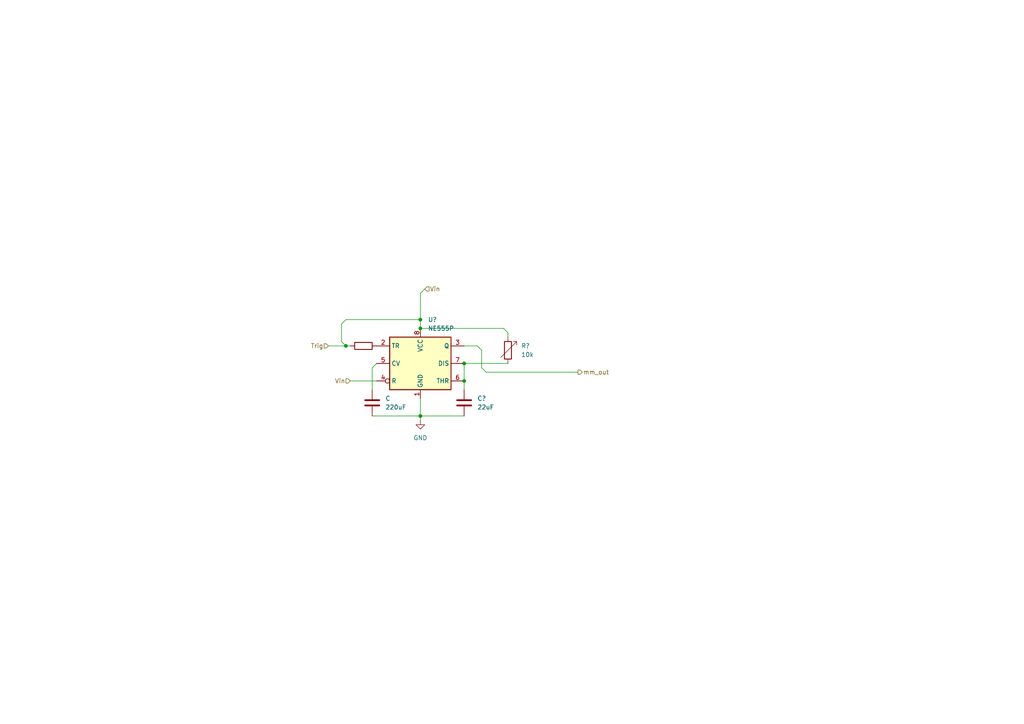
<source format=kicad_sch>
(kicad_sch (version 20231120) (generator "eeschema") (generator_version "8.0")
  (paper "A4")
  (lib_symbols
    (symbol "Device:C" (pin_numbers hide) (pin_names (offset 0.254))
      (property "Reference" "C" (at 0.635 2.54 0))
      (property "Value" "C" (at 0.635 -2.54 0))
      (symbol "C_0_1"
        (polyline (pts (xy -2.032 -0.762) (xy 2.032 -0.762)) (stroke (width 0.508)))
        (polyline (pts (xy -2.032 0.762) (xy 2.032 0.762)) (stroke (width 0.508)))
      )
      (symbol "C_1_1"
        (pin passive line (at 0 3.81 270) (length 2.794) (name "~") (number "1"))
        (pin passive line (at 0 -3.81 90) (length 2.794) (name "~") (number "2"))
      )
    )
    (symbol "Device:R" (pin_numbers hide) (pin_names (offset 0))
      (property "Reference" "R" (at 2.032 0 90))
      (property "Value" "R" (at 0 0 90))
      (symbol "R_0_1"
        (rectangle (start -1.016 -2.54) (end 1.016 2.54) (stroke (width 0.254)))
      )
      (symbol "R_1_1"
        (pin passive line (at 0 3.81 270) (length 1.27) (name "~") (number "1"))
        (pin passive line (at 0 -3.81 90) (length 1.27) (name "~") (number "2"))
      )
    )
    (symbol "Device:R_Variable" (pin_numbers hide) (pin_names (offset 0))
      (property "Reference" "R" (at 2.54 -2.54 90))
      (property "Value" "R_Variable" (at -2.54 -1.27 90))
      (symbol "R_Variable_0_1"
        (rectangle (start -1.016 -2.54) (end 1.016 2.54) (stroke (width 0.254)))
        (polyline (pts (xy 2.54 1.524) (xy 2.54 2.54) (xy 1.524 2.54) (xy 2.54 2.54) (xy -2.032 -2.032)))
      )
      (symbol "R_Variable_1_1"
        (pin passive line (at 0 3.81 270) (length 1.27) (name "~") (number "1"))
        (pin passive line (at 0 -3.81 90) (length 1.27) (name "~") (number "2"))
      )
    )
    (symbol "Timer:NE555P"
      (property "Reference" "U" (at -10.16 8.89 0))
      (property "Value" "NE555P" (at 2.54 8.89 0))
      (symbol "NE555P_0_0"
        (pin power_in line (at 0 -10.16 90) (length 2.54) (name "GND") (number "1"))
        (pin power_in line (at 0 10.16 270) (length 2.54) (name "VCC") (number "8"))
      )
      (symbol "NE555P_0_1"
        (rectangle (start -8.89 -7.62) (end 8.89 7.62) (stroke (width 0.254)) (fill (type background)))
        (rectangle (start -8.89 -7.62) (end 8.89 7.62) (stroke (width 0.254)) (fill (type background)))
      )
      (symbol "NE555P_1_1"
        (pin input line (at -12.7 5.08 0) (length 3.81) (name "TR") (number "2"))
        (pin output line (at 12.7 5.08 180) (length 3.81) (name "Q") (number "3"))
        (pin input inverted (at -12.7 -5.08 0) (length 3.81) (name "R") (number "4"))
        (pin input line (at -12.7 0 0) (length 3.81) (name "CV") (number "5"))
        (pin input line (at 12.7 -5.08 180) (length 3.81) (name "THR") (number "6"))
        (pin input line (at 12.7 0 180) (length 3.81) (name "DIS") (number "7"))
      )
    )
    (symbol "power:GND" (power) (pin_numbers hide) (pin_names (offset 0) hide)
      (property "Value" "GND" (at 0 -3.81 0))
      (symbol "GND_0_1"
        (polyline (pts (xy 0 0) (xy 0 -1.27) (xy 1.27 -1.27) (xy 0 -2.54) (xy -1.27 -1.27) (xy 0 -1.27)))
      )
      (symbol "GND_1_1"
        (pin power_in line (at 0 0 270) (length 0) (name "~") (number "1"))
      )
    )
  )
  (junction (at 134.62 105.41))
  (junction (at 121.92 92.71))
  (junction (at 134.62 110.49))
  (junction (at 100.33 100.33))
  (junction (at 121.92 95.25))
  (junction (at 121.92 120.65))
  (wire (pts (xy 100.33 100.33) (xy 101.6 100.33)))
  (wire (pts (xy 121.92 115.57) (xy 121.92 120.65)))
  (wire (pts (xy 121.92 85.09) (xy 121.92 92.71)))
  (wire (pts (xy 138.43 100.33) (xy 139.7 101.6)))
  (wire (pts (xy 139.7 101.6) (xy 139.7 106.68)))
  (wire (pts (xy 121.92 92.71) (xy 121.92 95.25)))
  (wire (pts (xy 121.92 120.65) (xy 134.62 120.65)))
  (wire (pts (xy 95.25 100.33) (xy 100.33 100.33)))
  (wire (pts (xy 121.92 120.65) (xy 121.92 121.92)))
  (wire (pts (xy 100.33 92.71) (xy 121.92 92.71)))
  (wire (pts (xy 107.95 106.68) (xy 107.95 113.03)))
  (wire (pts (xy 109.22 105.41) (xy 107.95 106.68)))
  (wire (pts (xy 99.06 93.98) (xy 100.33 92.71)))
  (wire (pts (xy 134.62 100.33) (xy 138.43 100.33)))
  (wire (pts (xy 134.62 105.41) (xy 134.62 110.49)))
  (wire (pts (xy 134.62 110.49) (xy 134.62 113.03)))
  (wire (pts (xy 100.33 100.33) (xy 99.06 99.06)))
  (wire (pts (xy 107.95 120.65) (xy 121.92 120.65)))
  (wire (pts (xy 99.06 99.06) (xy 99.06 93.98)))
  (wire (pts (xy 147.32 96.52) (xy 147.32 97.79)))
  (wire (pts (xy 140.97 107.95) (xy 167.64 107.95)))
  (wire (pts (xy 101.6 110.49) (xy 109.22 110.49)))
  (wire (pts (xy 147.32 96.52) (xy 146.05 95.25)))
  (wire (pts (xy 146.05 95.25) (xy 121.92 95.25)))
  (wire (pts (xy 134.62 105.41) (xy 147.32 105.41)))
  (wire (pts (xy 123.19 83.82) (xy 121.92 85.09)))
  (wire (pts (xy 139.7 106.68) (xy 140.97 107.95)))
  (hierarchical_label "mm_out" (shape output) (at 167.64 107.95 0))
  (hierarchical_label "Vin" (shape input) (at 101.6 110.49 180))
  (hierarchical_label "Trig" (shape input) (at 95.25 100.33 180))
  (hierarchical_label "Vin" (shape input) (at 123.19 83.82 0))
  (symbol (lib_id "Device:C") (at 134.62 116.84 0) (unit 1)
    (property "Reference" "C?" (at 138.43 115.5699 0) (effects (justify left)))
    (property "Value" "22uF" (at 138.43 118.1099 0) (effects (justify left)))
    (property "Description" "Unpolarized capacitor" (effects (hide yes)))
  )
  (symbol (lib_id "Device:R_Variable") (at 147.32 101.6 0) (unit 1)
    (property "Reference" "R?" (at 151.13 100.3299 0) (effects (justify left)))
    (property "Value" "10k" (at 151.13 102.8699 0) (effects (justify left)))
    (property "Description" "Variable resistor" (effects (hide yes)))
  )
  (symbol (lib_id "Device:R") (at 105.41 100.33 90) (unit 1)
    (property "Reference" "Rref?" (effects (hide yes)))
    (property "Value" "1k" (effects (hide yes)))
    (property "Description" "Resistor" (effects (hide yes)))
  )
  (symbol (lib_id "power:GND") (at 121.92 121.92 0) (unit 1)
    (property "Reference" "#PWR02" (effects (hide yes)))
    (property "Value" "GND" (at 121.92 127 0))
    (property "Description" "Power symbol creates a global label with name \"GND\" , ground" (effects (hide yes)))
  )
  (symbol (lib_id "Device:C") (at 107.95 116.84 0) (unit 1)
    (property "Reference" "C" (at 111.76 115.5699 0) (effects (justify left)))
    (property "Value" "220uF" (at 111.76 118.1099 0) (effects (justify left)))
    (property "Description" "Unpolarized capacitor" (effects (hide yes)))
  )
  (symbol (lib_id "Timer:NE555P") (at 121.92 105.41 0) (unit 1)
    (property "Reference" "U?" (at 124.1141 92.71 0) (effects (justify left)))
    (property "Value" "NE555P" (at 124.1141 95.25 0) (effects (justify left)))
    (property "Footprint" "Package_DIP:DIP-8_W7.62mm" (effects (hide yes)))
    (property "Datasheet" "http://www.ti.com/lit/ds/symlink/ne555.pdf" (effects (hide yes)))
    (property "Description" "Precision Timers, 555 compatible,  PDIP-8" (effects (hide yes)))
  )
)
</source>
